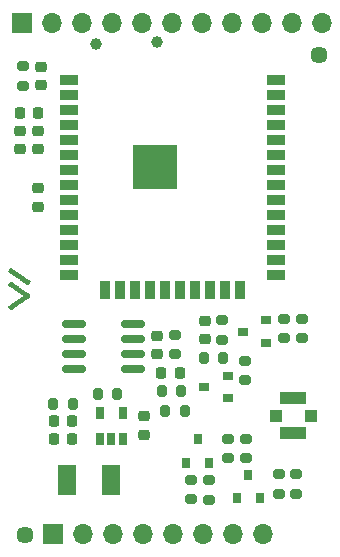
<source format=gbr>
%TF.GenerationSoftware,KiCad,Pcbnew,8.0.1*%
%TF.CreationDate,2024-04-03T20:26:05-05:00*%
%TF.ProjectId,meshtastic-diy,6d657368-7461-4737-9469-632d6469792e,2.1*%
%TF.SameCoordinates,Original*%
%TF.FileFunction,Soldermask,Top*%
%TF.FilePolarity,Negative*%
%FSLAX46Y46*%
G04 Gerber Fmt 4.6, Leading zero omitted, Abs format (unit mm)*
G04 Created by KiCad (PCBNEW 8.0.1) date 2024-04-03 20:26:05*
%MOMM*%
%LPD*%
G01*
G04 APERTURE LIST*
G04 Aperture macros list*
%AMRoundRect*
0 Rectangle with rounded corners*
0 $1 Rounding radius*
0 $2 $3 $4 $5 $6 $7 $8 $9 X,Y pos of 4 corners*
0 Add a 4 corners polygon primitive as box body*
4,1,4,$2,$3,$4,$5,$6,$7,$8,$9,$2,$3,0*
0 Add four circle primitives for the rounded corners*
1,1,$1+$1,$2,$3*
1,1,$1+$1,$4,$5*
1,1,$1+$1,$6,$7*
1,1,$1+$1,$8,$9*
0 Add four rect primitives between the rounded corners*
20,1,$1+$1,$2,$3,$4,$5,0*
20,1,$1+$1,$4,$5,$6,$7,0*
20,1,$1+$1,$6,$7,$8,$9,0*
20,1,$1+$1,$8,$9,$2,$3,0*%
G04 Aperture macros list end*
%ADD10C,0.010000*%
%ADD11R,0.900000X0.800000*%
%ADD12RoundRect,0.200000X-0.275000X0.200000X-0.275000X-0.200000X0.275000X-0.200000X0.275000X0.200000X0*%
%ADD13RoundRect,0.150000X-0.825000X-0.150000X0.825000X-0.150000X0.825000X0.150000X-0.825000X0.150000X0*%
%ADD14RoundRect,0.225000X-0.250000X0.225000X-0.250000X-0.225000X0.250000X-0.225000X0.250000X0.225000X0*%
%ADD15R,1.500000X2.500000*%
%ADD16RoundRect,0.225000X0.250000X-0.225000X0.250000X0.225000X-0.250000X0.225000X-0.250000X-0.225000X0*%
%ADD17RoundRect,0.200000X0.275000X-0.200000X0.275000X0.200000X-0.275000X0.200000X-0.275000X-0.200000X0*%
%ADD18RoundRect,0.218750X-0.218750X-0.256250X0.218750X-0.256250X0.218750X0.256250X-0.218750X0.256250X0*%
%ADD19RoundRect,0.200000X-0.200000X-0.275000X0.200000X-0.275000X0.200000X0.275000X-0.200000X0.275000X0*%
%ADD20RoundRect,0.200000X0.200000X0.275000X-0.200000X0.275000X-0.200000X-0.275000X0.200000X-0.275000X0*%
%ADD21RoundRect,0.225000X-0.225000X-0.250000X0.225000X-0.250000X0.225000X0.250000X-0.225000X0.250000X0*%
%ADD22C,1.448000*%
%ADD23RoundRect,0.225000X0.225000X0.250000X-0.225000X0.250000X-0.225000X-0.250000X0.225000X-0.250000X0*%
%ADD24R,1.000000X1.000000*%
%ADD25R,2.200000X1.050000*%
%ADD26R,0.800000X0.900000*%
%ADD27C,1.000000*%
%ADD28R,0.650000X1.060000*%
%ADD29O,1.700000X1.700000*%
%ADD30R,1.700000X1.700000*%
%ADD31R,3.700000X3.700000*%
%ADD32R,1.500000X0.900000*%
%ADD33R,0.900000X1.500000*%
G04 APERTURE END LIST*
D10*
%TO.C,SYM1*%
X142847411Y-103257558D02*
X142856604Y-103263477D01*
X142871101Y-103273030D01*
X142890560Y-103285985D01*
X142914637Y-103302110D01*
X142942989Y-103321173D01*
X142975273Y-103342944D01*
X143011147Y-103367191D01*
X143050267Y-103393682D01*
X143092291Y-103422185D01*
X143136874Y-103452470D01*
X143183675Y-103484304D01*
X143232350Y-103517456D01*
X143271534Y-103544174D01*
X143329374Y-103583629D01*
X143390697Y-103625455D01*
X143454680Y-103669090D01*
X143520496Y-103713970D01*
X143587322Y-103759535D01*
X143654333Y-103805221D01*
X143720704Y-103850466D01*
X143785609Y-103894708D01*
X143848224Y-103937385D01*
X143907725Y-103977934D01*
X143963286Y-104015793D01*
X144014082Y-104050400D01*
X144037029Y-104066031D01*
X144089742Y-104101988D01*
X144139238Y-104135857D01*
X144185248Y-104167450D01*
X144227504Y-104196579D01*
X144265739Y-104223059D01*
X144299683Y-104246701D01*
X144329069Y-104267319D01*
X144353628Y-104284725D01*
X144373092Y-104298733D01*
X144387194Y-104309155D01*
X144395664Y-104315805D01*
X144397607Y-104317558D01*
X144417469Y-104342608D01*
X144431849Y-104371157D01*
X144440407Y-104401865D01*
X144442799Y-104433393D01*
X144438686Y-104464400D01*
X144436785Y-104471314D01*
X144426612Y-104497004D01*
X144412594Y-104521399D01*
X144396166Y-104542238D01*
X144385097Y-104552630D01*
X144380790Y-104555746D01*
X144370852Y-104562708D01*
X144355589Y-104573307D01*
X144335307Y-104587333D01*
X144310313Y-104604576D01*
X144280913Y-104624826D01*
X144247414Y-104647873D01*
X144210122Y-104673508D01*
X144169345Y-104701520D01*
X144125388Y-104731699D01*
X144078558Y-104763837D01*
X144029162Y-104797722D01*
X143977506Y-104833146D01*
X143923896Y-104869898D01*
X143868640Y-104907768D01*
X143812044Y-104946546D01*
X143754414Y-104986024D01*
X143696057Y-105025990D01*
X143637280Y-105066235D01*
X143578388Y-105106550D01*
X143519689Y-105146724D01*
X143461489Y-105186547D01*
X143404095Y-105225810D01*
X143347813Y-105264302D01*
X143292950Y-105301815D01*
X143239812Y-105338137D01*
X143188706Y-105373060D01*
X143139938Y-105406373D01*
X143093815Y-105437867D01*
X143050644Y-105467331D01*
X143010730Y-105494556D01*
X142974381Y-105519332D01*
X142941904Y-105541449D01*
X142913604Y-105560698D01*
X142889788Y-105576867D01*
X142870763Y-105589749D01*
X142856835Y-105599132D01*
X142848311Y-105604807D01*
X142845516Y-105606569D01*
X142842880Y-105603916D01*
X142836703Y-105595982D01*
X142827496Y-105583506D01*
X142815770Y-105567228D01*
X142802036Y-105547888D01*
X142786804Y-105526225D01*
X142770586Y-105502979D01*
X142753893Y-105478890D01*
X142737235Y-105454697D01*
X142721123Y-105431140D01*
X142706068Y-105408958D01*
X142692581Y-105388892D01*
X142681173Y-105371680D01*
X142672355Y-105358062D01*
X142666637Y-105348779D01*
X142664530Y-105344569D01*
X142664529Y-105344543D01*
X142664603Y-105344131D01*
X142664998Y-105343525D01*
X142665928Y-105342578D01*
X142667607Y-105341142D01*
X142670249Y-105339070D01*
X142674069Y-105336214D01*
X142679280Y-105332428D01*
X142686096Y-105327563D01*
X142694732Y-105321472D01*
X142705401Y-105314008D01*
X142718318Y-105305023D01*
X142733696Y-105294370D01*
X142751750Y-105281901D01*
X142772694Y-105267469D01*
X142796742Y-105250927D01*
X142824108Y-105232126D01*
X142855006Y-105210920D01*
X142889649Y-105187162D01*
X142928254Y-105160703D01*
X142971032Y-105131396D01*
X143018198Y-105099094D01*
X143069967Y-105063649D01*
X143126553Y-105024914D01*
X143188169Y-104982742D01*
X143255030Y-104936985D01*
X143327349Y-104887495D01*
X143405341Y-104834126D01*
X143444784Y-104807135D01*
X143501648Y-104768204D01*
X143556874Y-104730357D01*
X143610166Y-104693797D01*
X143661229Y-104658729D01*
X143709766Y-104625357D01*
X143755483Y-104593886D01*
X143798083Y-104564519D01*
X143837270Y-104537462D01*
X143872750Y-104512917D01*
X143904226Y-104491091D01*
X143931403Y-104472186D01*
X143953985Y-104456407D01*
X143971676Y-104443959D01*
X143984181Y-104435046D01*
X143991203Y-104429871D01*
X143992699Y-104428573D01*
X143989647Y-104426282D01*
X143980867Y-104420090D01*
X143966628Y-104410184D01*
X143947202Y-104396747D01*
X143922858Y-104379966D01*
X143893867Y-104360025D01*
X143860497Y-104337108D01*
X143823019Y-104311402D01*
X143781704Y-104283090D01*
X143736821Y-104252359D01*
X143688641Y-104219393D01*
X143637433Y-104184377D01*
X143583467Y-104147497D01*
X143527014Y-104108936D01*
X143468344Y-104068881D01*
X143407726Y-104027516D01*
X143345431Y-103985026D01*
X143325961Y-103971750D01*
X143263220Y-103928971D01*
X143202078Y-103887278D01*
X143142803Y-103846855D01*
X143085666Y-103807887D01*
X143030935Y-103770556D01*
X142978881Y-103735048D01*
X142929773Y-103701545D01*
X142883881Y-103670233D01*
X142841474Y-103641295D01*
X142802823Y-103614915D01*
X142768196Y-103591277D01*
X142737864Y-103570566D01*
X142712096Y-103552965D01*
X142691161Y-103538657D01*
X142675330Y-103527829D01*
X142664872Y-103520662D01*
X142660057Y-103517342D01*
X142659752Y-103517122D01*
X142661634Y-103514077D01*
X142667220Y-103505666D01*
X142676094Y-103492497D01*
X142687842Y-103475182D01*
X142702050Y-103454328D01*
X142718305Y-103430546D01*
X142736190Y-103404446D01*
X142749023Y-103385757D01*
X142768000Y-103358315D01*
X142785825Y-103332870D01*
X142802058Y-103310025D01*
X142816262Y-103290383D01*
X142827996Y-103274546D01*
X142836823Y-103263118D01*
X142842303Y-103256702D01*
X142843866Y-103255503D01*
X142847411Y-103257558D01*
G36*
X142847411Y-103257558D02*
G01*
X142856604Y-103263477D01*
X142871101Y-103273030D01*
X142890560Y-103285985D01*
X142914637Y-103302110D01*
X142942989Y-103321173D01*
X142975273Y-103342944D01*
X143011147Y-103367191D01*
X143050267Y-103393682D01*
X143092291Y-103422185D01*
X143136874Y-103452470D01*
X143183675Y-103484304D01*
X143232350Y-103517456D01*
X143271534Y-103544174D01*
X143329374Y-103583629D01*
X143390697Y-103625455D01*
X143454680Y-103669090D01*
X143520496Y-103713970D01*
X143587322Y-103759535D01*
X143654333Y-103805221D01*
X143720704Y-103850466D01*
X143785609Y-103894708D01*
X143848224Y-103937385D01*
X143907725Y-103977934D01*
X143963286Y-104015793D01*
X144014082Y-104050400D01*
X144037029Y-104066031D01*
X144089742Y-104101988D01*
X144139238Y-104135857D01*
X144185248Y-104167450D01*
X144227504Y-104196579D01*
X144265739Y-104223059D01*
X144299683Y-104246701D01*
X144329069Y-104267319D01*
X144353628Y-104284725D01*
X144373092Y-104298733D01*
X144387194Y-104309155D01*
X144395664Y-104315805D01*
X144397607Y-104317558D01*
X144417469Y-104342608D01*
X144431849Y-104371157D01*
X144440407Y-104401865D01*
X144442799Y-104433393D01*
X144438686Y-104464400D01*
X144436785Y-104471314D01*
X144426612Y-104497004D01*
X144412594Y-104521399D01*
X144396166Y-104542238D01*
X144385097Y-104552630D01*
X144380790Y-104555746D01*
X144370852Y-104562708D01*
X144355589Y-104573307D01*
X144335307Y-104587333D01*
X144310313Y-104604576D01*
X144280913Y-104624826D01*
X144247414Y-104647873D01*
X144210122Y-104673508D01*
X144169345Y-104701520D01*
X144125388Y-104731699D01*
X144078558Y-104763837D01*
X144029162Y-104797722D01*
X143977506Y-104833146D01*
X143923896Y-104869898D01*
X143868640Y-104907768D01*
X143812044Y-104946546D01*
X143754414Y-104986024D01*
X143696057Y-105025990D01*
X143637280Y-105066235D01*
X143578388Y-105106550D01*
X143519689Y-105146724D01*
X143461489Y-105186547D01*
X143404095Y-105225810D01*
X143347813Y-105264302D01*
X143292950Y-105301815D01*
X143239812Y-105338137D01*
X143188706Y-105373060D01*
X143139938Y-105406373D01*
X143093815Y-105437867D01*
X143050644Y-105467331D01*
X143010730Y-105494556D01*
X142974381Y-105519332D01*
X142941904Y-105541449D01*
X142913604Y-105560698D01*
X142889788Y-105576867D01*
X142870763Y-105589749D01*
X142856835Y-105599132D01*
X142848311Y-105604807D01*
X142845516Y-105606569D01*
X142842880Y-105603916D01*
X142836703Y-105595982D01*
X142827496Y-105583506D01*
X142815770Y-105567228D01*
X142802036Y-105547888D01*
X142786804Y-105526225D01*
X142770586Y-105502979D01*
X142753893Y-105478890D01*
X142737235Y-105454697D01*
X142721123Y-105431140D01*
X142706068Y-105408958D01*
X142692581Y-105388892D01*
X142681173Y-105371680D01*
X142672355Y-105358062D01*
X142666637Y-105348779D01*
X142664530Y-105344569D01*
X142664529Y-105344543D01*
X142664603Y-105344131D01*
X142664998Y-105343525D01*
X142665928Y-105342578D01*
X142667607Y-105341142D01*
X142670249Y-105339070D01*
X142674069Y-105336214D01*
X142679280Y-105332428D01*
X142686096Y-105327563D01*
X142694732Y-105321472D01*
X142705401Y-105314008D01*
X142718318Y-105305023D01*
X142733696Y-105294370D01*
X142751750Y-105281901D01*
X142772694Y-105267469D01*
X142796742Y-105250927D01*
X142824108Y-105232126D01*
X142855006Y-105210920D01*
X142889649Y-105187162D01*
X142928254Y-105160703D01*
X142971032Y-105131396D01*
X143018198Y-105099094D01*
X143069967Y-105063649D01*
X143126553Y-105024914D01*
X143188169Y-104982742D01*
X143255030Y-104936985D01*
X143327349Y-104887495D01*
X143405341Y-104834126D01*
X143444784Y-104807135D01*
X143501648Y-104768204D01*
X143556874Y-104730357D01*
X143610166Y-104693797D01*
X143661229Y-104658729D01*
X143709766Y-104625357D01*
X143755483Y-104593886D01*
X143798083Y-104564519D01*
X143837270Y-104537462D01*
X143872750Y-104512917D01*
X143904226Y-104491091D01*
X143931403Y-104472186D01*
X143953985Y-104456407D01*
X143971676Y-104443959D01*
X143984181Y-104435046D01*
X143991203Y-104429871D01*
X143992699Y-104428573D01*
X143989647Y-104426282D01*
X143980867Y-104420090D01*
X143966628Y-104410184D01*
X143947202Y-104396747D01*
X143922858Y-104379966D01*
X143893867Y-104360025D01*
X143860497Y-104337108D01*
X143823019Y-104311402D01*
X143781704Y-104283090D01*
X143736821Y-104252359D01*
X143688641Y-104219393D01*
X143637433Y-104184377D01*
X143583467Y-104147497D01*
X143527014Y-104108936D01*
X143468344Y-104068881D01*
X143407726Y-104027516D01*
X143345431Y-103985026D01*
X143325961Y-103971750D01*
X143263220Y-103928971D01*
X143202078Y-103887278D01*
X143142803Y-103846855D01*
X143085666Y-103807887D01*
X143030935Y-103770556D01*
X142978881Y-103735048D01*
X142929773Y-103701545D01*
X142883881Y-103670233D01*
X142841474Y-103641295D01*
X142802823Y-103614915D01*
X142768196Y-103591277D01*
X142737864Y-103570566D01*
X142712096Y-103552965D01*
X142691161Y-103538657D01*
X142675330Y-103527829D01*
X142664872Y-103520662D01*
X142660057Y-103517342D01*
X142659752Y-103517122D01*
X142661634Y-103514077D01*
X142667220Y-103505666D01*
X142676094Y-103492497D01*
X142687842Y-103475182D01*
X142702050Y-103454328D01*
X142718305Y-103430546D01*
X142736190Y-103404446D01*
X142749023Y-103385757D01*
X142768000Y-103358315D01*
X142785825Y-103332870D01*
X142802058Y-103310025D01*
X142816262Y-103290383D01*
X142827996Y-103274546D01*
X142836823Y-103263118D01*
X142842303Y-103256702D01*
X142843866Y-103255503D01*
X142847411Y-103257558D01*
G37*
X142851959Y-102111020D02*
X142861151Y-102116957D01*
X142875677Y-102126545D01*
X142895209Y-102139563D01*
X142919419Y-102155789D01*
X142947978Y-102175002D01*
X142980558Y-102196978D01*
X143016831Y-102221497D01*
X143056467Y-102248336D01*
X143099139Y-102277274D01*
X143144518Y-102308088D01*
X143192276Y-102340558D01*
X143242085Y-102374461D01*
X143293615Y-102409575D01*
X143313757Y-102423311D01*
X143373485Y-102464050D01*
X143436376Y-102506948D01*
X143501674Y-102551489D01*
X143568624Y-102597156D01*
X143636469Y-102643435D01*
X143704454Y-102689809D01*
X143771822Y-102735764D01*
X143837819Y-102780783D01*
X143901687Y-102824350D01*
X143962671Y-102865951D01*
X144020015Y-102905069D01*
X144072963Y-102941189D01*
X144120759Y-102973795D01*
X144125929Y-102977322D01*
X144171350Y-103008347D01*
X144215060Y-103038282D01*
X144256689Y-103066867D01*
X144295866Y-103093846D01*
X144332221Y-103118959D01*
X144365382Y-103141950D01*
X144394980Y-103162561D01*
X144420644Y-103180533D01*
X144442002Y-103195610D01*
X144458686Y-103207533D01*
X144470323Y-103216044D01*
X144476543Y-103220885D01*
X144477523Y-103221913D01*
X144475460Y-103225752D01*
X144469706Y-103234953D01*
X144460673Y-103248891D01*
X144448775Y-103266944D01*
X144434424Y-103288487D01*
X144418034Y-103312896D01*
X144400018Y-103339549D01*
X144385316Y-103361178D01*
X144293486Y-103495967D01*
X144260508Y-103473103D01*
X144253297Y-103468140D01*
X144240495Y-103459371D01*
X144222511Y-103447075D01*
X144199754Y-103431529D01*
X144172630Y-103413012D01*
X144141548Y-103391802D01*
X144106916Y-103368179D01*
X144069143Y-103342420D01*
X144028636Y-103314803D01*
X143985804Y-103285608D01*
X143941054Y-103255112D01*
X143894795Y-103223594D01*
X143861043Y-103200602D01*
X143807506Y-103164131D01*
X143748919Y-103124215D01*
X143686228Y-103081497D01*
X143620378Y-103036622D01*
X143552313Y-102990234D01*
X143482980Y-102942978D01*
X143413323Y-102895497D01*
X143344288Y-102848436D01*
X143276820Y-102802440D01*
X143211864Y-102758152D01*
X143150366Y-102716217D01*
X143097229Y-102679980D01*
X143048510Y-102646756D01*
X143001193Y-102614495D01*
X142955653Y-102583451D01*
X142912262Y-102553880D01*
X142871394Y-102526034D01*
X142833422Y-102500168D01*
X142798720Y-102476536D01*
X142767661Y-102455393D01*
X142740618Y-102436993D01*
X142717965Y-102421590D01*
X142700074Y-102409438D01*
X142687321Y-102400792D01*
X142680076Y-102395906D01*
X142679036Y-102395212D01*
X142668666Y-102388047D01*
X142661265Y-102382333D01*
X142658383Y-102379268D01*
X142658383Y-102379222D01*
X142660420Y-102375868D01*
X142666165Y-102367151D01*
X142675205Y-102353680D01*
X142687127Y-102336065D01*
X142701517Y-102314914D01*
X142717961Y-102290838D01*
X142736046Y-102264446D01*
X142750949Y-102242757D01*
X142771003Y-102213776D01*
X142789601Y-102187233D01*
X142806350Y-102163668D01*
X142820856Y-102143623D01*
X142832724Y-102127638D01*
X142841561Y-102116253D01*
X142846974Y-102110010D01*
X142848430Y-102108957D01*
X142851959Y-102111020D01*
G36*
X142851959Y-102111020D02*
G01*
X142861151Y-102116957D01*
X142875677Y-102126545D01*
X142895209Y-102139563D01*
X142919419Y-102155789D01*
X142947978Y-102175002D01*
X142980558Y-102196978D01*
X143016831Y-102221497D01*
X143056467Y-102248336D01*
X143099139Y-102277274D01*
X143144518Y-102308088D01*
X143192276Y-102340558D01*
X143242085Y-102374461D01*
X143293615Y-102409575D01*
X143313757Y-102423311D01*
X143373485Y-102464050D01*
X143436376Y-102506948D01*
X143501674Y-102551489D01*
X143568624Y-102597156D01*
X143636469Y-102643435D01*
X143704454Y-102689809D01*
X143771822Y-102735764D01*
X143837819Y-102780783D01*
X143901687Y-102824350D01*
X143962671Y-102865951D01*
X144020015Y-102905069D01*
X144072963Y-102941189D01*
X144120759Y-102973795D01*
X144125929Y-102977322D01*
X144171350Y-103008347D01*
X144215060Y-103038282D01*
X144256689Y-103066867D01*
X144295866Y-103093846D01*
X144332221Y-103118959D01*
X144365382Y-103141950D01*
X144394980Y-103162561D01*
X144420644Y-103180533D01*
X144442002Y-103195610D01*
X144458686Y-103207533D01*
X144470323Y-103216044D01*
X144476543Y-103220885D01*
X144477523Y-103221913D01*
X144475460Y-103225752D01*
X144469706Y-103234953D01*
X144460673Y-103248891D01*
X144448775Y-103266944D01*
X144434424Y-103288487D01*
X144418034Y-103312896D01*
X144400018Y-103339549D01*
X144385316Y-103361178D01*
X144293486Y-103495967D01*
X144260508Y-103473103D01*
X144253297Y-103468140D01*
X144240495Y-103459371D01*
X144222511Y-103447075D01*
X144199754Y-103431529D01*
X144172630Y-103413012D01*
X144141548Y-103391802D01*
X144106916Y-103368179D01*
X144069143Y-103342420D01*
X144028636Y-103314803D01*
X143985804Y-103285608D01*
X143941054Y-103255112D01*
X143894795Y-103223594D01*
X143861043Y-103200602D01*
X143807506Y-103164131D01*
X143748919Y-103124215D01*
X143686228Y-103081497D01*
X143620378Y-103036622D01*
X143552313Y-102990234D01*
X143482980Y-102942978D01*
X143413323Y-102895497D01*
X143344288Y-102848436D01*
X143276820Y-102802440D01*
X143211864Y-102758152D01*
X143150366Y-102716217D01*
X143097229Y-102679980D01*
X143048510Y-102646756D01*
X143001193Y-102614495D01*
X142955653Y-102583451D01*
X142912262Y-102553880D01*
X142871394Y-102526034D01*
X142833422Y-102500168D01*
X142798720Y-102476536D01*
X142767661Y-102455393D01*
X142740618Y-102436993D01*
X142717965Y-102421590D01*
X142700074Y-102409438D01*
X142687321Y-102400792D01*
X142680076Y-102395906D01*
X142679036Y-102395212D01*
X142668666Y-102388047D01*
X142661265Y-102382333D01*
X142658383Y-102379268D01*
X142658383Y-102379222D01*
X142660420Y-102375868D01*
X142666165Y-102367151D01*
X142675205Y-102353680D01*
X142687127Y-102336065D01*
X142701517Y-102314914D01*
X142717961Y-102290838D01*
X142736046Y-102264446D01*
X142750949Y-102242757D01*
X142771003Y-102213776D01*
X142789601Y-102187233D01*
X142806350Y-102163668D01*
X142820856Y-102143623D01*
X142832724Y-102127638D01*
X142841561Y-102116253D01*
X142846974Y-102110010D01*
X142848430Y-102108957D01*
X142851959Y-102111020D01*
G37*
%TD*%
D11*
%TO.C,Q1*%
X162500000Y-107500000D03*
X164500000Y-106550000D03*
X164500000Y-108450000D03*
%TD*%
D12*
%TO.C,R1*%
X166000000Y-108050000D03*
X166000000Y-106400000D03*
%TD*%
D13*
%TO.C,U2*%
X153224000Y-106807000D03*
X153224000Y-108077000D03*
X153224000Y-109347000D03*
X153224000Y-110617000D03*
X148274000Y-110617000D03*
X148274000Y-109347000D03*
X148274000Y-108077000D03*
X148274000Y-106807000D03*
%TD*%
D14*
%TO.C,C4*%
X155300000Y-109375000D03*
X155300000Y-107825000D03*
%TD*%
D15*
%TO.C,L2*%
X147650000Y-120050000D03*
X151350000Y-120050000D03*
%TD*%
D16*
%TO.C,C5*%
X145200000Y-90475000D03*
X145200000Y-92025000D03*
%TD*%
D11*
%TO.C,Q2*%
X159250000Y-112200000D03*
X161250000Y-111250000D03*
X161250000Y-113150000D03*
%TD*%
D17*
%TO.C,R3*%
X162700000Y-109975000D03*
X162700000Y-111625000D03*
%TD*%
D12*
%TO.C,R6*%
X156800000Y-109425000D03*
X156800000Y-107775000D03*
%TD*%
%TO.C,R2*%
X167500000Y-108050000D03*
X167500000Y-106400000D03*
%TD*%
D18*
%TO.C,D1*%
X157187500Y-111000000D03*
X155612500Y-111000000D03*
%TD*%
D19*
%TO.C,R14*%
X151900000Y-112800000D03*
X150250000Y-112800000D03*
%TD*%
D20*
%TO.C,R8*%
X155650000Y-112500000D03*
X157300000Y-112500000D03*
%TD*%
D14*
%TO.C,C10*%
X154175000Y-116225000D03*
X154175000Y-114675000D03*
%TD*%
%TO.C,C6*%
X145200000Y-96900000D03*
X145200000Y-95350000D03*
%TD*%
D12*
%TO.C,R9*%
X143900000Y-86675000D03*
X143900000Y-85025000D03*
%TD*%
D21*
%TO.C,C12*%
X148075000Y-116600000D03*
X146525000Y-116600000D03*
%TD*%
D14*
%TO.C,C1*%
X159300000Y-108150000D03*
X159300000Y-106600000D03*
%TD*%
D19*
%TO.C,R4*%
X157625000Y-114200000D03*
X155975000Y-114200000D03*
%TD*%
D22*
%TO.C,H2*%
X169000000Y-84100000D03*
%TD*%
D16*
%TO.C,C13*%
X143700000Y-90475000D03*
X143700000Y-92025000D03*
%TD*%
%TO.C,C2*%
X145400000Y-85075000D03*
X145400000Y-86625000D03*
%TD*%
D23*
%TO.C,C3*%
X143650000Y-89000000D03*
X145200000Y-89000000D03*
%TD*%
D24*
%TO.C,J4*%
X165300000Y-114600000D03*
D25*
X166800000Y-113125000D03*
X166800000Y-116075000D03*
D24*
X168300000Y-114600000D03*
%TD*%
D22*
%TO.C,H3*%
X144063500Y-124700000D03*
%TD*%
D26*
%TO.C,Q4*%
X163000000Y-119600000D03*
X163950000Y-121600000D03*
X162050000Y-121600000D03*
%TD*%
D12*
%TO.C,R16*%
X161300000Y-118225000D03*
X161300000Y-116575000D03*
%TD*%
D21*
%TO.C,C11*%
X148075000Y-115100000D03*
X146525000Y-115100000D03*
%TD*%
D19*
%TO.C,R7*%
X160875000Y-109700000D03*
X159225000Y-109700000D03*
%TD*%
D12*
%TO.C,R5*%
X160800000Y-108200000D03*
X160800000Y-106550000D03*
%TD*%
D27*
%TO.C,TP1*%
X150100000Y-83100000D03*
%TD*%
D19*
%TO.C,R13*%
X148125000Y-113600000D03*
X146475000Y-113600000D03*
%TD*%
D28*
%TO.C,U5*%
X150450000Y-114350000D03*
X152350000Y-114350000D03*
X152350000Y-116550000D03*
X151400000Y-116550000D03*
X150450000Y-116550000D03*
%TD*%
D27*
%TO.C,TP2*%
X155300000Y-83000000D03*
%TD*%
D12*
%TO.C,R10*%
X159700000Y-121725000D03*
X159700000Y-120075000D03*
%TD*%
%TO.C,R11*%
X158100000Y-121700000D03*
X158100000Y-120050000D03*
%TD*%
D26*
%TO.C,Q5*%
X158700000Y-116600000D03*
X159650000Y-118600000D03*
X157750000Y-118600000D03*
%TD*%
D12*
%TO.C,R15*%
X162800000Y-118225000D03*
X162800000Y-116575000D03*
%TD*%
%TO.C,R12*%
X165550000Y-121225000D03*
X165550000Y-119575000D03*
%TD*%
D17*
%TO.C,R17*%
X167050000Y-119575000D03*
X167050000Y-121225000D03*
%TD*%
D29*
%TO.C,*%
X151450000Y-81350000D03*
%TD*%
D30*
%TO.C,*%
X143830000Y-81350000D03*
%TD*%
D29*
%TO.C,*%
X148960000Y-124600000D03*
%TD*%
%TO.C,*%
X164150000Y-81350000D03*
%TD*%
%TO.C,*%
X166690000Y-81350000D03*
%TD*%
%TO.C,*%
X146370000Y-81350000D03*
%TD*%
%TO.C,*%
X161610000Y-81350000D03*
%TD*%
%TO.C,*%
X169230000Y-81350000D03*
%TD*%
%TO.C,*%
X161660000Y-124600000D03*
%TD*%
%TO.C,*%
X148910000Y-81350000D03*
%TD*%
%TO.C,*%
X154040000Y-124600000D03*
%TD*%
%TO.C,*%
X153990000Y-81350000D03*
%TD*%
%TO.C,*%
X164200000Y-124600000D03*
%TD*%
D31*
%TO.C,U1*%
X155100000Y-93530000D03*
D32*
X165350000Y-86190000D03*
X165350000Y-87460000D03*
X165350000Y-88730000D03*
X165350000Y-90000000D03*
X165350000Y-91270000D03*
X165350000Y-92540000D03*
X165350000Y-93810000D03*
X165350000Y-95080000D03*
X165350000Y-96350000D03*
X165350000Y-97620000D03*
X165350000Y-98890000D03*
X165350000Y-100160000D03*
X165350000Y-101430000D03*
X165350000Y-102700000D03*
D33*
X162315000Y-103950000D03*
X161045000Y-103950000D03*
X159775000Y-103950000D03*
X158505000Y-103950000D03*
X157235000Y-103950000D03*
X155965000Y-103950000D03*
X154695000Y-103950000D03*
X153425000Y-103950000D03*
X152155000Y-103950000D03*
X150885000Y-103950000D03*
D32*
X147850000Y-102700000D03*
X147850000Y-101430000D03*
X147850000Y-100160000D03*
X147850000Y-98890000D03*
X147850000Y-97620000D03*
X147850000Y-96350000D03*
X147850000Y-95080000D03*
X147850000Y-93810000D03*
X147850000Y-92540000D03*
X147850000Y-91270000D03*
X147850000Y-90000000D03*
X147850000Y-88730000D03*
X147850000Y-87460000D03*
X147850000Y-86190000D03*
%TD*%
D29*
%TO.C,*%
X151500000Y-124600000D03*
%TD*%
%TO.C,*%
X159120000Y-124600000D03*
%TD*%
%TO.C,*%
X156580000Y-124600000D03*
%TD*%
%TO.C,*%
X156530000Y-81350000D03*
%TD*%
%TO.C,*%
X159070000Y-81350000D03*
%TD*%
D30*
%TO.C,*%
X146420000Y-124600000D03*
%TD*%
M02*

</source>
